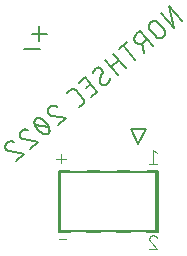
<source format=gbr>
G04 EAGLE Gerber RS-274X export*
G75*
%MOMM*%
%FSLAX34Y34*%
%LPD*%
%INSilkscreen Bottom*%
%IPPOS*%
%AMOC8*
5,1,8,0,0,1.08239X$1,22.5*%
G01*
%ADD10C,0.152400*%
%ADD11C,0.177800*%
%ADD12C,0.076200*%


D10*
X252927Y260444D02*
X242477Y272897D01*
X246008Y254639D01*
X235559Y267092D01*
X233007Y259055D02*
X237651Y253521D01*
X233006Y259056D02*
X232919Y259157D01*
X232828Y259256D01*
X232735Y259352D01*
X232639Y259445D01*
X232540Y259535D01*
X232438Y259622D01*
X232334Y259706D01*
X232228Y259787D01*
X232119Y259865D01*
X232008Y259940D01*
X231895Y260011D01*
X231779Y260079D01*
X231662Y260143D01*
X231543Y260204D01*
X231422Y260261D01*
X231299Y260315D01*
X231175Y260365D01*
X231050Y260412D01*
X230923Y260454D01*
X230795Y260493D01*
X230665Y260528D01*
X230535Y260560D01*
X230404Y260587D01*
X230273Y260610D01*
X230140Y260630D01*
X230007Y260645D01*
X229874Y260657D01*
X229740Y260665D01*
X229606Y260669D01*
X229473Y260668D01*
X229339Y260664D01*
X229205Y260656D01*
X229072Y260644D01*
X228939Y260628D01*
X228807Y260608D01*
X228675Y260584D01*
X228544Y260556D01*
X228414Y260525D01*
X228285Y260489D01*
X228157Y260450D01*
X228030Y260407D01*
X227905Y260360D01*
X227781Y260309D01*
X227659Y260255D01*
X227538Y260198D01*
X227419Y260136D01*
X227302Y260071D01*
X227187Y260003D01*
X227074Y259931D01*
X226963Y259857D01*
X226854Y259778D01*
X226748Y259697D01*
X226644Y259612D01*
X226543Y259525D01*
X226444Y259434D01*
X226348Y259341D01*
X226255Y259245D01*
X226165Y259146D01*
X226078Y259044D01*
X225994Y258940D01*
X225913Y258834D01*
X225835Y258725D01*
X225760Y258614D01*
X225689Y258501D01*
X225621Y258385D01*
X225557Y258268D01*
X225496Y258149D01*
X225439Y258028D01*
X225385Y257905D01*
X225335Y257781D01*
X225288Y257656D01*
X225246Y257529D01*
X225207Y257401D01*
X225172Y257271D01*
X225140Y257141D01*
X225113Y257010D01*
X225090Y256879D01*
X225070Y256746D01*
X225055Y256613D01*
X225043Y256480D01*
X225035Y256346D01*
X225031Y256212D01*
X225032Y256079D01*
X225036Y255945D01*
X225044Y255811D01*
X225056Y255678D01*
X225072Y255545D01*
X225092Y255413D01*
X225116Y255281D01*
X225144Y255150D01*
X225175Y255020D01*
X225211Y254891D01*
X225250Y254763D01*
X225293Y254636D01*
X225340Y254511D01*
X225391Y254387D01*
X225445Y254265D01*
X225502Y254144D01*
X225564Y254025D01*
X225629Y253908D01*
X225697Y253793D01*
X225769Y253680D01*
X225843Y253569D01*
X225922Y253460D01*
X226003Y253354D01*
X226088Y253250D01*
X230732Y247715D01*
X230733Y247715D02*
X230819Y247615D01*
X230909Y247517D01*
X231001Y247422D01*
X231097Y247330D01*
X231194Y247240D01*
X231295Y247154D01*
X231398Y247070D01*
X231503Y246990D01*
X231611Y246912D01*
X231721Y246838D01*
X231833Y246767D01*
X231947Y246700D01*
X232063Y246635D01*
X232181Y246575D01*
X232300Y246517D01*
X232421Y246464D01*
X232544Y246413D01*
X232668Y246367D01*
X232794Y246324D01*
X232920Y246285D01*
X233048Y246249D01*
X233177Y246218D01*
X233306Y246190D01*
X233437Y246166D01*
X233568Y246145D01*
X233699Y246129D01*
X233831Y246116D01*
X233964Y246108D01*
X234096Y246103D01*
X234229Y246102D01*
X234361Y246105D01*
X234494Y246112D01*
X234626Y246123D01*
X234758Y246138D01*
X234889Y246156D01*
X235020Y246178D01*
X235150Y246205D01*
X235279Y246235D01*
X235407Y246269D01*
X235534Y246306D01*
X235660Y246347D01*
X235785Y246392D01*
X235908Y246441D01*
X236030Y246493D01*
X236150Y246549D01*
X236269Y246608D01*
X236386Y246671D01*
X236501Y246737D01*
X236614Y246806D01*
X236725Y246879D01*
X236833Y246955D01*
X236940Y247034D01*
X237044Y247116D01*
X237145Y247202D01*
X237244Y247290D01*
X237341Y247381D01*
X237434Y247475D01*
X237525Y247571D01*
X237613Y247670D01*
X237698Y247772D01*
X237780Y247876D01*
X237859Y247983D01*
X237935Y248091D01*
X238008Y248202D01*
X238077Y248315D01*
X238143Y248431D01*
X238205Y248547D01*
X238264Y248666D01*
X238320Y248787D01*
X238372Y248909D01*
X238420Y249032D01*
X238465Y249157D01*
X238506Y249283D01*
X238543Y249410D01*
X238577Y249538D01*
X238607Y249668D01*
X238633Y249798D01*
X238655Y249928D01*
X238673Y250060D01*
X238688Y250191D01*
X238698Y250324D01*
X238705Y250456D01*
X238708Y250589D01*
X238707Y250721D01*
X238702Y250854D01*
X238693Y250986D01*
X238680Y251118D01*
X238664Y251249D01*
X238643Y251380D01*
X238619Y251511D01*
X238591Y251640D01*
X238559Y251769D01*
X238523Y251897D01*
X238484Y252023D01*
X238441Y252149D01*
X238394Y252273D01*
X238344Y252395D01*
X238290Y252517D01*
X238232Y252636D01*
X238171Y252754D01*
X238107Y252870D01*
X238039Y252984D01*
X237968Y253095D01*
X237893Y253205D01*
X237816Y253313D01*
X237735Y253418D01*
X237651Y253521D01*
X228110Y239620D02*
X217661Y252073D01*
X214201Y249170D01*
X214101Y249084D01*
X214003Y248994D01*
X213908Y248902D01*
X213816Y248807D01*
X213726Y248709D01*
X213640Y248608D01*
X213556Y248505D01*
X213476Y248400D01*
X213398Y248292D01*
X213324Y248182D01*
X213253Y248070D01*
X213186Y247956D01*
X213121Y247840D01*
X213061Y247722D01*
X213003Y247603D01*
X212950Y247482D01*
X212899Y247359D01*
X212853Y247235D01*
X212810Y247109D01*
X212771Y246983D01*
X212735Y246855D01*
X212704Y246726D01*
X212676Y246597D01*
X212652Y246466D01*
X212631Y246335D01*
X212615Y246204D01*
X212602Y246072D01*
X212594Y245939D01*
X212589Y245807D01*
X212588Y245674D01*
X212591Y245542D01*
X212598Y245409D01*
X212609Y245277D01*
X212624Y245145D01*
X212642Y245014D01*
X212664Y244883D01*
X212691Y244753D01*
X212721Y244624D01*
X212755Y244496D01*
X212792Y244369D01*
X212833Y244243D01*
X212878Y244118D01*
X212927Y243995D01*
X212979Y243873D01*
X213035Y243753D01*
X213094Y243634D01*
X213157Y243517D01*
X213223Y243402D01*
X213292Y243289D01*
X213365Y243178D01*
X213441Y243070D01*
X213520Y242963D01*
X213602Y242859D01*
X213688Y242758D01*
X213776Y242659D01*
X213867Y242562D01*
X213961Y242469D01*
X214057Y242378D01*
X214156Y242290D01*
X214258Y242205D01*
X214362Y242123D01*
X214469Y242044D01*
X214577Y241968D01*
X214688Y241895D01*
X214801Y241826D01*
X214917Y241760D01*
X215033Y241698D01*
X215152Y241639D01*
X215273Y241583D01*
X215395Y241531D01*
X215518Y241483D01*
X215643Y241438D01*
X215769Y241397D01*
X215896Y241360D01*
X216024Y241326D01*
X216154Y241296D01*
X216284Y241270D01*
X216414Y241248D01*
X216546Y241230D01*
X216677Y241215D01*
X216810Y241205D01*
X216942Y241198D01*
X217075Y241195D01*
X217207Y241196D01*
X217340Y241201D01*
X217472Y241210D01*
X217604Y241223D01*
X217735Y241239D01*
X217866Y241260D01*
X217997Y241284D01*
X218126Y241312D01*
X218255Y241344D01*
X218383Y241380D01*
X218509Y241419D01*
X218635Y241462D01*
X218759Y241509D01*
X218881Y241559D01*
X219003Y241613D01*
X219122Y241671D01*
X219240Y241732D01*
X219356Y241796D01*
X219470Y241864D01*
X219581Y241935D01*
X219691Y242010D01*
X219799Y242087D01*
X219904Y242168D01*
X220007Y242252D01*
X223466Y245155D01*
X219315Y241672D02*
X221192Y233815D01*
X213545Y227399D02*
X203096Y239851D01*
X206555Y242754D02*
X199637Y236949D01*
X194980Y233041D02*
X205429Y220588D01*
X199624Y227507D02*
X192706Y221702D01*
X188062Y227236D02*
X198511Y214783D01*
X189304Y207058D02*
X189212Y206984D01*
X189118Y206912D01*
X189021Y206844D01*
X188923Y206779D01*
X188822Y206717D01*
X188719Y206658D01*
X188615Y206603D01*
X188509Y206551D01*
X188401Y206503D01*
X188291Y206459D01*
X188180Y206418D01*
X188068Y206380D01*
X187955Y206346D01*
X187841Y206317D01*
X187725Y206290D01*
X187609Y206268D01*
X187493Y206249D01*
X187375Y206234D01*
X187258Y206224D01*
X187140Y206216D01*
X187021Y206213D01*
X186903Y206214D01*
X186785Y206218D01*
X186667Y206227D01*
X186550Y206239D01*
X186433Y206255D01*
X186316Y206275D01*
X186200Y206299D01*
X186085Y206326D01*
X185971Y206357D01*
X185858Y206392D01*
X185747Y206431D01*
X185636Y206473D01*
X185527Y206519D01*
X185420Y206568D01*
X185314Y206621D01*
X185210Y206677D01*
X185108Y206737D01*
X185008Y206800D01*
X184910Y206866D01*
X184815Y206936D01*
X184721Y207008D01*
X184630Y207084D01*
X184542Y207162D01*
X184456Y207243D01*
X184373Y207327D01*
X184292Y207414D01*
X184215Y207503D01*
X189304Y207058D02*
X189443Y207177D01*
X189578Y207300D01*
X189711Y207425D01*
X189840Y207554D01*
X189967Y207686D01*
X190090Y207820D01*
X190210Y207958D01*
X190327Y208098D01*
X190440Y208241D01*
X190550Y208387D01*
X190656Y208536D01*
X190759Y208687D01*
X190858Y208840D01*
X190953Y208996D01*
X191045Y209154D01*
X191133Y209314D01*
X191217Y209476D01*
X191297Y209640D01*
X191373Y209806D01*
X191445Y209974D01*
X191513Y210143D01*
X191577Y210314D01*
X191637Y210487D01*
X191693Y210660D01*
X191744Y210836D01*
X191792Y211012D01*
X191835Y211189D01*
X191874Y211368D01*
X191908Y211547D01*
X191939Y211727D01*
X191965Y211908D01*
X191986Y212089D01*
X192004Y212271D01*
X184981Y219936D02*
X184904Y220025D01*
X184823Y220112D01*
X184740Y220196D01*
X184654Y220277D01*
X184566Y220355D01*
X184475Y220431D01*
X184382Y220503D01*
X184286Y220573D01*
X184188Y220639D01*
X184088Y220702D01*
X183986Y220762D01*
X183882Y220818D01*
X183776Y220871D01*
X183669Y220920D01*
X183560Y220966D01*
X183449Y221008D01*
X183338Y221047D01*
X183225Y221082D01*
X183111Y221113D01*
X182996Y221140D01*
X182880Y221164D01*
X182763Y221184D01*
X182646Y221200D01*
X182529Y221212D01*
X182411Y221221D01*
X182293Y221225D01*
X182175Y221226D01*
X182056Y221223D01*
X181938Y221215D01*
X181821Y221205D01*
X181703Y221190D01*
X181587Y221171D01*
X181471Y221149D01*
X181355Y221122D01*
X181241Y221093D01*
X181128Y221059D01*
X181016Y221021D01*
X180905Y220980D01*
X180795Y220936D01*
X180687Y220888D01*
X180581Y220836D01*
X180477Y220781D01*
X180374Y220722D01*
X180273Y220660D01*
X180175Y220595D01*
X180078Y220527D01*
X179984Y220455D01*
X179892Y220381D01*
X179893Y220381D02*
X179770Y220276D01*
X179650Y220168D01*
X179533Y220057D01*
X179418Y219943D01*
X179307Y219827D01*
X179198Y219708D01*
X179091Y219586D01*
X178988Y219462D01*
X178888Y219335D01*
X178791Y219206D01*
X178697Y219075D01*
X178606Y218942D01*
X178518Y218806D01*
X178433Y218669D01*
X178352Y218529D01*
X178274Y218388D01*
X178200Y218245D01*
X178129Y218100D01*
X178061Y217953D01*
X177997Y217805D01*
X177937Y217655D01*
X177880Y217504D01*
X177827Y217352D01*
X177777Y217198D01*
X177731Y217044D01*
X177689Y216888D01*
X177650Y216731D01*
X185630Y216354D02*
X185668Y216467D01*
X185702Y216581D01*
X185732Y216696D01*
X185759Y216812D01*
X185782Y216929D01*
X185801Y217046D01*
X185817Y217164D01*
X185828Y217283D01*
X185836Y217401D01*
X185840Y217520D01*
X185839Y217639D01*
X185836Y217758D01*
X185828Y217877D01*
X185816Y217996D01*
X185801Y218114D01*
X185781Y218231D01*
X185758Y218348D01*
X185731Y218464D01*
X185701Y218579D01*
X185666Y218693D01*
X185628Y218806D01*
X185587Y218917D01*
X185542Y219027D01*
X185493Y219136D01*
X185440Y219243D01*
X185385Y219348D01*
X185326Y219451D01*
X185263Y219553D01*
X185198Y219652D01*
X185129Y219749D01*
X185057Y219844D01*
X184982Y219936D01*
X183566Y211085D02*
X183528Y210972D01*
X183494Y210858D01*
X183464Y210743D01*
X183437Y210627D01*
X183414Y210510D01*
X183395Y210393D01*
X183379Y210275D01*
X183368Y210156D01*
X183360Y210038D01*
X183356Y209919D01*
X183357Y209800D01*
X183360Y209681D01*
X183368Y209562D01*
X183380Y209443D01*
X183395Y209325D01*
X183415Y209208D01*
X183438Y209091D01*
X183465Y208975D01*
X183495Y208860D01*
X183530Y208746D01*
X183568Y208633D01*
X183609Y208522D01*
X183654Y208412D01*
X183703Y208303D01*
X183756Y208196D01*
X183811Y208091D01*
X183870Y207988D01*
X183933Y207886D01*
X183998Y207787D01*
X184067Y207690D01*
X184139Y207595D01*
X184214Y207503D01*
X183566Y211085D02*
X185630Y216354D01*
X181458Y200474D02*
X175923Y195830D01*
X181458Y200474D02*
X171009Y212927D01*
X165474Y208283D01*
X171502Y203909D02*
X175653Y207392D01*
X168765Y189824D02*
X165998Y187502D01*
X168765Y189824D02*
X168854Y189901D01*
X168941Y189982D01*
X169025Y190065D01*
X169106Y190151D01*
X169184Y190239D01*
X169260Y190330D01*
X169332Y190424D01*
X169402Y190519D01*
X169468Y190617D01*
X169531Y190717D01*
X169591Y190819D01*
X169647Y190923D01*
X169700Y191029D01*
X169749Y191136D01*
X169795Y191245D01*
X169837Y191356D01*
X169876Y191467D01*
X169911Y191580D01*
X169942Y191694D01*
X169969Y191809D01*
X169993Y191925D01*
X170013Y192042D01*
X170029Y192159D01*
X170041Y192276D01*
X170050Y192394D01*
X170054Y192512D01*
X170055Y192630D01*
X170052Y192749D01*
X170044Y192867D01*
X170034Y192984D01*
X170019Y193101D01*
X170000Y193218D01*
X169978Y193334D01*
X169951Y193449D01*
X169922Y193564D01*
X169888Y193677D01*
X169850Y193789D01*
X169809Y193900D01*
X169765Y194010D01*
X169717Y194117D01*
X169665Y194224D01*
X169610Y194328D01*
X169551Y194431D01*
X169489Y194532D01*
X169424Y194630D01*
X169356Y194727D01*
X169284Y194821D01*
X169210Y194913D01*
X163405Y201831D01*
X163406Y201831D02*
X163328Y201921D01*
X163248Y202007D01*
X163165Y202091D01*
X163079Y202173D01*
X162990Y202251D01*
X162899Y202327D01*
X162806Y202399D01*
X162710Y202469D01*
X162612Y202535D01*
X162512Y202598D01*
X162410Y202657D01*
X162306Y202714D01*
X162201Y202767D01*
X162093Y202816D01*
X161984Y202862D01*
X161874Y202904D01*
X161762Y202943D01*
X161649Y202978D01*
X161535Y203009D01*
X161420Y203036D01*
X161304Y203060D01*
X161188Y203080D01*
X161071Y203096D01*
X160953Y203108D01*
X160835Y203117D01*
X160717Y203121D01*
X160599Y203122D01*
X160480Y203119D01*
X160362Y203111D01*
X160245Y203101D01*
X160127Y203086D01*
X160011Y203067D01*
X159895Y203045D01*
X159779Y203018D01*
X159665Y202988D01*
X159552Y202955D01*
X159439Y202917D01*
X159329Y202876D01*
X159219Y202832D01*
X159111Y202784D01*
X159005Y202732D01*
X158900Y202677D01*
X158798Y202618D01*
X158697Y202556D01*
X158598Y202491D01*
X158502Y202423D01*
X158407Y202351D01*
X158316Y202277D01*
X158316Y202276D02*
X155549Y199954D01*
X140884Y187648D02*
X140789Y187566D01*
X140697Y187481D01*
X140608Y187394D01*
X140521Y187304D01*
X140437Y187211D01*
X140356Y187115D01*
X140278Y187017D01*
X140203Y186917D01*
X140131Y186814D01*
X140063Y186710D01*
X139998Y186603D01*
X139935Y186494D01*
X139877Y186384D01*
X139822Y186271D01*
X139770Y186157D01*
X139722Y186042D01*
X139677Y185925D01*
X139636Y185807D01*
X139599Y185687D01*
X139565Y185567D01*
X139535Y185445D01*
X139509Y185323D01*
X139487Y185200D01*
X139468Y185076D01*
X139453Y184952D01*
X139442Y184827D01*
X139435Y184702D01*
X139432Y184577D01*
X139433Y184452D01*
X139437Y184326D01*
X139446Y184202D01*
X139458Y184077D01*
X139474Y183953D01*
X139494Y183829D01*
X139517Y183706D01*
X139545Y183584D01*
X139576Y183463D01*
X139611Y183343D01*
X139649Y183224D01*
X139692Y183106D01*
X139737Y182989D01*
X139787Y182874D01*
X139840Y182761D01*
X139896Y182649D01*
X139956Y182539D01*
X140019Y182431D01*
X140085Y182325D01*
X140155Y182221D01*
X140228Y182119D01*
X140304Y182020D01*
X140383Y181923D01*
X140883Y187649D02*
X140994Y187739D01*
X141107Y187826D01*
X141222Y187910D01*
X141340Y187991D01*
X141459Y188069D01*
X141581Y188143D01*
X141705Y188214D01*
X141831Y188281D01*
X141958Y188346D01*
X142088Y188406D01*
X142218Y188463D01*
X142351Y188517D01*
X142484Y188566D01*
X142620Y188612D01*
X142756Y188655D01*
X142893Y188694D01*
X143032Y188728D01*
X143171Y188760D01*
X143311Y188787D01*
X143452Y188810D01*
X143593Y188830D01*
X143735Y188846D01*
X143877Y188857D01*
X144020Y188865D01*
X144163Y188869D01*
X144305Y188870D01*
X144448Y188866D01*
X144590Y188858D01*
X144733Y188847D01*
X144875Y188831D01*
X145016Y188812D01*
X145157Y188789D01*
X145297Y188762D01*
X145436Y188731D01*
X145575Y188696D01*
X145712Y188658D01*
X145849Y188616D01*
X145984Y188570D01*
X146118Y188520D01*
X146250Y188467D01*
X146381Y188410D01*
X146510Y188350D01*
X146638Y188286D01*
X146764Y188219D01*
X146888Y188148D01*
X147010Y188074D01*
X143452Y180373D02*
X143321Y180383D01*
X143191Y180397D01*
X143061Y180415D01*
X142932Y180437D01*
X142804Y180463D01*
X142676Y180492D01*
X142550Y180525D01*
X142424Y180563D01*
X142300Y180604D01*
X142177Y180648D01*
X142055Y180696D01*
X141935Y180748D01*
X141816Y180804D01*
X141700Y180863D01*
X141585Y180925D01*
X141471Y180991D01*
X141360Y181061D01*
X141251Y181133D01*
X141145Y181209D01*
X141040Y181288D01*
X140938Y181370D01*
X140839Y181455D01*
X140742Y181543D01*
X140648Y181634D01*
X140556Y181728D01*
X140468Y181824D01*
X140382Y181923D01*
X143452Y180372D02*
X155137Y178389D01*
X148219Y172583D01*
X137939Y174567D02*
X137730Y174810D01*
X137516Y175047D01*
X137296Y175280D01*
X137071Y175507D01*
X136840Y175728D01*
X136604Y175944D01*
X136363Y176155D01*
X136117Y176359D01*
X135867Y176558D01*
X135611Y176750D01*
X135351Y176936D01*
X135087Y177116D01*
X134819Y177290D01*
X134546Y177457D01*
X134269Y177618D01*
X133989Y177772D01*
X133705Y177920D01*
X133418Y178060D01*
X133127Y178194D01*
X133128Y178193D02*
X133028Y178251D01*
X132926Y178305D01*
X132823Y178356D01*
X132718Y178403D01*
X132611Y178447D01*
X132503Y178487D01*
X132394Y178523D01*
X132284Y178555D01*
X132172Y178583D01*
X132060Y178608D01*
X131946Y178629D01*
X131832Y178645D01*
X131718Y178658D01*
X131603Y178667D01*
X131488Y178672D01*
X131373Y178673D01*
X131258Y178670D01*
X131143Y178663D01*
X131028Y178652D01*
X130914Y178637D01*
X130801Y178618D01*
X130688Y178596D01*
X130576Y178569D01*
X130465Y178539D01*
X130355Y178504D01*
X130246Y178466D01*
X130139Y178425D01*
X130033Y178379D01*
X129929Y178330D01*
X129827Y178278D01*
X129726Y178222D01*
X129627Y178162D01*
X129531Y178099D01*
X129437Y178033D01*
X129345Y177964D01*
X129255Y177891D01*
X129255Y177892D02*
X129168Y177817D01*
X129084Y177738D01*
X129002Y177657D01*
X128923Y177573D01*
X128848Y177486D01*
X128775Y177397D01*
X128705Y177305D01*
X128639Y177211D01*
X128576Y177114D01*
X128516Y177016D01*
X128460Y176915D01*
X128407Y176813D01*
X128358Y176709D01*
X128312Y176603D01*
X128270Y176496D01*
X128232Y176387D01*
X128198Y176278D01*
X128167Y176167D01*
X128140Y176055D01*
X128117Y175942D01*
X128098Y175828D01*
X128083Y175714D01*
X128072Y175599D01*
X128064Y175485D01*
X128061Y175369D01*
X128062Y175254D01*
X128067Y175139D01*
X128075Y175024D01*
X128088Y174910D01*
X128104Y174796D01*
X128125Y174683D01*
X128149Y174570D01*
X128177Y174458D01*
X128209Y174348D01*
X128245Y174238D01*
X128285Y174130D01*
X128284Y174129D02*
X128366Y173820D01*
X128454Y173513D01*
X128550Y173208D01*
X128653Y172905D01*
X128763Y172605D01*
X128880Y172307D01*
X129005Y172012D01*
X129136Y171721D01*
X129275Y171433D01*
X129420Y171148D01*
X129572Y170866D01*
X129731Y170589D01*
X129896Y170315D01*
X130068Y170045D01*
X130246Y169779D01*
X130430Y169518D01*
X130621Y169261D01*
X130817Y169009D01*
X131020Y168762D01*
X137939Y174567D02*
X138142Y174319D01*
X138338Y174067D01*
X138529Y173810D01*
X138713Y173549D01*
X138891Y173283D01*
X139063Y173014D01*
X139228Y172740D01*
X139387Y172462D01*
X139539Y172181D01*
X139684Y171896D01*
X139822Y171608D01*
X139954Y171316D01*
X140078Y171021D01*
X140196Y170724D01*
X140306Y170424D01*
X140409Y170121D01*
X140505Y169816D01*
X140593Y169509D01*
X140674Y169199D01*
X140674Y169200D02*
X140714Y169092D01*
X140750Y168982D01*
X140782Y168871D01*
X140810Y168760D01*
X140834Y168647D01*
X140855Y168534D01*
X140871Y168420D01*
X140884Y168306D01*
X140892Y168191D01*
X140897Y168076D01*
X140898Y167961D01*
X140895Y167845D01*
X140887Y167730D01*
X140876Y167616D01*
X140861Y167502D01*
X140842Y167388D01*
X140819Y167275D01*
X140792Y167163D01*
X140761Y167052D01*
X140727Y166942D01*
X140689Y166834D01*
X140647Y166727D01*
X140601Y166621D01*
X140552Y166517D01*
X140499Y166415D01*
X140443Y166314D01*
X140383Y166216D01*
X140320Y166119D01*
X140254Y166025D01*
X140184Y165933D01*
X140111Y165844D01*
X140036Y165757D01*
X139957Y165673D01*
X139875Y165592D01*
X139791Y165513D01*
X139704Y165438D01*
X135832Y165136D02*
X135541Y165270D01*
X135254Y165410D01*
X134970Y165558D01*
X134690Y165712D01*
X134414Y165872D01*
X134141Y166040D01*
X133873Y166213D01*
X133608Y166393D01*
X133348Y166580D01*
X133093Y166772D01*
X132842Y166971D01*
X132596Y167175D01*
X132355Y167386D01*
X132119Y167601D01*
X131889Y167823D01*
X131664Y168050D01*
X131444Y168282D01*
X131230Y168520D01*
X131021Y168762D01*
X135831Y165136D02*
X135931Y165078D01*
X136032Y165024D01*
X136136Y164973D01*
X136241Y164926D01*
X136347Y164882D01*
X136455Y164842D01*
X136565Y164806D01*
X136675Y164774D01*
X136787Y164746D01*
X136899Y164721D01*
X137013Y164700D01*
X137127Y164684D01*
X137241Y164671D01*
X137356Y164662D01*
X137471Y164657D01*
X137586Y164656D01*
X137701Y164659D01*
X137816Y164666D01*
X137931Y164677D01*
X138045Y164692D01*
X138158Y164711D01*
X138271Y164733D01*
X138383Y164760D01*
X138494Y164790D01*
X138604Y164825D01*
X138713Y164863D01*
X138820Y164904D01*
X138926Y164950D01*
X139030Y164999D01*
X139133Y165051D01*
X139233Y165108D01*
X139332Y165167D01*
X139429Y165230D01*
X139523Y165296D01*
X139615Y165365D01*
X139704Y165438D01*
X140149Y170528D02*
X128810Y172802D01*
X116935Y167553D02*
X116840Y167471D01*
X116748Y167386D01*
X116659Y167299D01*
X116572Y167209D01*
X116488Y167116D01*
X116407Y167020D01*
X116329Y166922D01*
X116254Y166822D01*
X116182Y166719D01*
X116114Y166615D01*
X116049Y166508D01*
X115986Y166399D01*
X115928Y166289D01*
X115873Y166176D01*
X115821Y166062D01*
X115773Y165947D01*
X115728Y165830D01*
X115687Y165712D01*
X115650Y165592D01*
X115616Y165472D01*
X115586Y165350D01*
X115560Y165228D01*
X115538Y165105D01*
X115519Y164981D01*
X115504Y164857D01*
X115493Y164732D01*
X115486Y164607D01*
X115483Y164482D01*
X115484Y164357D01*
X115488Y164231D01*
X115497Y164107D01*
X115509Y163982D01*
X115525Y163858D01*
X115545Y163734D01*
X115568Y163611D01*
X115596Y163489D01*
X115627Y163368D01*
X115662Y163248D01*
X115700Y163129D01*
X115743Y163011D01*
X115788Y162894D01*
X115838Y162779D01*
X115891Y162666D01*
X115947Y162554D01*
X116007Y162444D01*
X116070Y162336D01*
X116136Y162230D01*
X116206Y162126D01*
X116279Y162024D01*
X116355Y161925D01*
X116434Y161828D01*
X116935Y167554D02*
X117046Y167644D01*
X117159Y167731D01*
X117274Y167815D01*
X117392Y167896D01*
X117511Y167974D01*
X117633Y168048D01*
X117757Y168119D01*
X117883Y168186D01*
X118010Y168251D01*
X118140Y168311D01*
X118270Y168368D01*
X118403Y168422D01*
X118536Y168471D01*
X118672Y168517D01*
X118808Y168560D01*
X118945Y168599D01*
X119084Y168633D01*
X119223Y168665D01*
X119363Y168692D01*
X119504Y168715D01*
X119645Y168735D01*
X119787Y168751D01*
X119929Y168762D01*
X120072Y168770D01*
X120215Y168774D01*
X120357Y168775D01*
X120500Y168771D01*
X120642Y168763D01*
X120785Y168752D01*
X120927Y168736D01*
X121068Y168717D01*
X121209Y168694D01*
X121349Y168667D01*
X121488Y168636D01*
X121627Y168601D01*
X121764Y168563D01*
X121901Y168521D01*
X122036Y168475D01*
X122170Y168425D01*
X122302Y168372D01*
X122433Y168315D01*
X122562Y168255D01*
X122690Y168191D01*
X122816Y168124D01*
X122940Y168053D01*
X123062Y167979D01*
X119504Y160278D02*
X119373Y160288D01*
X119243Y160302D01*
X119113Y160320D01*
X118984Y160342D01*
X118856Y160368D01*
X118728Y160397D01*
X118602Y160430D01*
X118476Y160468D01*
X118352Y160509D01*
X118229Y160553D01*
X118107Y160601D01*
X117987Y160653D01*
X117868Y160709D01*
X117752Y160768D01*
X117637Y160830D01*
X117523Y160896D01*
X117412Y160966D01*
X117303Y161038D01*
X117197Y161114D01*
X117092Y161193D01*
X116990Y161275D01*
X116891Y161360D01*
X116794Y161448D01*
X116700Y161539D01*
X116608Y161633D01*
X116520Y161729D01*
X116434Y161828D01*
X119504Y160277D02*
X131189Y158293D01*
X124271Y152488D01*
X104460Y151781D02*
X104381Y151878D01*
X104305Y151977D01*
X104232Y152079D01*
X104162Y152183D01*
X104096Y152289D01*
X104033Y152397D01*
X103973Y152507D01*
X103917Y152619D01*
X103864Y152732D01*
X103814Y152847D01*
X103769Y152964D01*
X103726Y153082D01*
X103688Y153201D01*
X103653Y153321D01*
X103622Y153442D01*
X103594Y153564D01*
X103571Y153687D01*
X103551Y153811D01*
X103535Y153935D01*
X103523Y154060D01*
X103514Y154184D01*
X103510Y154310D01*
X103509Y154435D01*
X103512Y154560D01*
X103519Y154685D01*
X103530Y154810D01*
X103545Y154934D01*
X103564Y155058D01*
X103586Y155181D01*
X103612Y155303D01*
X103642Y155425D01*
X103676Y155545D01*
X103713Y155665D01*
X103754Y155783D01*
X103799Y155900D01*
X103847Y156015D01*
X103899Y156129D01*
X103954Y156242D01*
X104012Y156352D01*
X104075Y156461D01*
X104140Y156568D01*
X104208Y156672D01*
X104280Y156775D01*
X104355Y156875D01*
X104433Y156973D01*
X104514Y157069D01*
X104598Y157162D01*
X104685Y157252D01*
X104774Y157339D01*
X104866Y157424D01*
X104961Y157506D01*
X105072Y157596D01*
X105185Y157683D01*
X105300Y157767D01*
X105418Y157848D01*
X105537Y157926D01*
X105659Y158000D01*
X105783Y158071D01*
X105909Y158138D01*
X106036Y158203D01*
X106166Y158263D01*
X106296Y158320D01*
X106429Y158374D01*
X106562Y158423D01*
X106698Y158469D01*
X106834Y158512D01*
X106971Y158551D01*
X107110Y158585D01*
X107249Y158617D01*
X107389Y158644D01*
X107530Y158667D01*
X107671Y158687D01*
X107813Y158703D01*
X107955Y158714D01*
X108098Y158722D01*
X108241Y158726D01*
X108383Y158727D01*
X108526Y158723D01*
X108668Y158715D01*
X108811Y158704D01*
X108953Y158688D01*
X109094Y158669D01*
X109235Y158646D01*
X109375Y158619D01*
X109514Y158588D01*
X109653Y158553D01*
X109790Y158515D01*
X109927Y158473D01*
X110062Y158427D01*
X110196Y158377D01*
X110328Y158324D01*
X110459Y158267D01*
X110588Y158207D01*
X110716Y158143D01*
X110842Y158076D01*
X110966Y158005D01*
X111088Y157931D01*
X107530Y150230D02*
X107399Y150240D01*
X107269Y150254D01*
X107139Y150272D01*
X107010Y150294D01*
X106882Y150320D01*
X106754Y150349D01*
X106628Y150382D01*
X106502Y150420D01*
X106378Y150461D01*
X106255Y150505D01*
X106133Y150553D01*
X106013Y150605D01*
X105894Y150661D01*
X105778Y150720D01*
X105663Y150782D01*
X105549Y150848D01*
X105438Y150918D01*
X105329Y150990D01*
X105223Y151066D01*
X105118Y151145D01*
X105016Y151227D01*
X104917Y151312D01*
X104820Y151400D01*
X104726Y151491D01*
X104634Y151585D01*
X104546Y151681D01*
X104460Y151780D01*
X107529Y150230D02*
X119215Y148246D01*
X112297Y142441D01*
D11*
X119422Y237095D02*
X132461Y237095D01*
X138811Y249795D02*
X125772Y249795D01*
X132292Y243276D02*
X132292Y256314D01*
D10*
X209550Y168935D02*
X215900Y156235D01*
X209550Y168935D02*
X222250Y168935D01*
X215900Y156235D01*
X223164Y81915D02*
X232410Y81915D01*
X148590Y81915D02*
X148590Y133985D01*
X157836Y133985D01*
X232410Y133985D02*
X232410Y81915D01*
X157836Y81915D02*
X148590Y81915D01*
X172364Y133985D02*
X183236Y133985D01*
X183236Y81915D02*
X172364Y81915D01*
X197764Y133985D02*
X208636Y133985D01*
X208636Y81915D02*
X197764Y81915D01*
X223164Y133985D02*
X232410Y133985D01*
D12*
X154559Y143962D02*
X146600Y143962D01*
X150580Y147941D02*
X150580Y139982D01*
X149253Y76017D02*
X154559Y76017D01*
X228808Y151257D02*
X232124Y148604D01*
X228808Y151257D02*
X228808Y139319D01*
X232124Y139319D02*
X225492Y139319D01*
X228476Y79122D02*
X228369Y79120D01*
X228263Y79114D01*
X228157Y79105D01*
X228051Y79092D01*
X227946Y79075D01*
X227841Y79054D01*
X227738Y79029D01*
X227635Y79001D01*
X227533Y78969D01*
X227433Y78934D01*
X227334Y78895D01*
X227236Y78852D01*
X227140Y78806D01*
X227045Y78757D01*
X226953Y78704D01*
X226862Y78648D01*
X226774Y78589D01*
X226687Y78527D01*
X226603Y78461D01*
X226521Y78393D01*
X226442Y78322D01*
X226365Y78248D01*
X226291Y78171D01*
X226220Y78092D01*
X226152Y78010D01*
X226086Y77926D01*
X226024Y77839D01*
X225965Y77751D01*
X225909Y77660D01*
X225856Y77568D01*
X225807Y77473D01*
X225761Y77377D01*
X225718Y77279D01*
X225679Y77180D01*
X225644Y77080D01*
X225612Y76978D01*
X225584Y76875D01*
X225559Y76772D01*
X225538Y76667D01*
X225521Y76562D01*
X225508Y76456D01*
X225499Y76350D01*
X225493Y76244D01*
X225491Y76137D01*
X228476Y79121D02*
X228597Y79119D01*
X228717Y79113D01*
X228837Y79104D01*
X228957Y79091D01*
X229076Y79074D01*
X229195Y79053D01*
X229313Y79029D01*
X229430Y79000D01*
X229546Y78969D01*
X229662Y78933D01*
X229776Y78894D01*
X229888Y78851D01*
X230000Y78805D01*
X230110Y78756D01*
X230218Y78702D01*
X230324Y78646D01*
X230429Y78586D01*
X230532Y78523D01*
X230632Y78457D01*
X230731Y78388D01*
X230827Y78315D01*
X230921Y78240D01*
X231013Y78162D01*
X231102Y78080D01*
X231189Y77996D01*
X231273Y77910D01*
X231354Y77821D01*
X231432Y77729D01*
X231507Y77635D01*
X231579Y77538D01*
X231649Y77440D01*
X231715Y77339D01*
X231778Y77236D01*
X231837Y77131D01*
X231894Y77025D01*
X231947Y76916D01*
X231996Y76807D01*
X232042Y76695D01*
X232085Y76582D01*
X232123Y76468D01*
X226486Y73815D02*
X226406Y73895D01*
X226328Y73977D01*
X226254Y74061D01*
X226182Y74149D01*
X226114Y74239D01*
X226048Y74331D01*
X225986Y74425D01*
X225928Y74521D01*
X225873Y74620D01*
X225821Y74720D01*
X225773Y74822D01*
X225728Y74926D01*
X225688Y75031D01*
X225651Y75138D01*
X225617Y75246D01*
X225588Y75355D01*
X225562Y75465D01*
X225541Y75576D01*
X225523Y75687D01*
X225509Y75799D01*
X225499Y75911D01*
X225493Y76024D01*
X225491Y76137D01*
X226487Y73815D02*
X232124Y67183D01*
X225492Y67183D01*
D10*
X215900Y156235D02*
X209550Y168935D01*
X222250Y168935D01*
X215900Y156235D01*
X231140Y83185D02*
X149860Y83185D01*
X149860Y132715D01*
X231140Y132715D01*
X231140Y83185D01*
M02*

</source>
